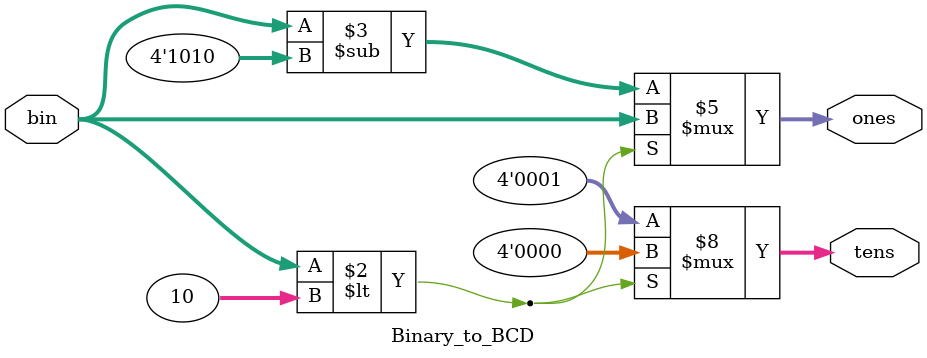
<source format=v>
`timescale 1ns / 1ps


module Binary_to_BCD (
    input  [3:0] bin,
    output reg [3:0] tens,
    output reg [3:0] ones
);

    always @(*) begin
        if (bin < 10) begin
            tens = 4'd0;
            ones = bin;
        end else begin
            tens = 4'd1;
            ones = bin - 4'd10;
        end
    end

endmodule


</source>
